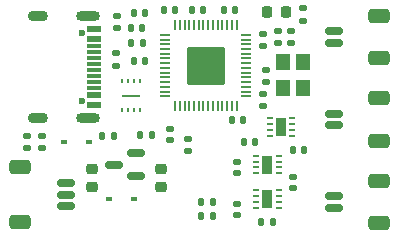
<source format=gbr>
%TF.GenerationSoftware,KiCad,Pcbnew,(6.0.5)*%
%TF.CreationDate,2022-10-09T22:16:16+01:00*%
%TF.ProjectId,PicoDrive,5069636f-4472-4697-9665-2e6b69636164,rev?*%
%TF.SameCoordinates,Original*%
%TF.FileFunction,Soldermask,Top*%
%TF.FilePolarity,Negative*%
%FSLAX46Y46*%
G04 Gerber Fmt 4.6, Leading zero omitted, Abs format (unit mm)*
G04 Created by KiCad (PCBNEW (6.0.5)) date 2022-10-09 22:16:16*
%MOMM*%
%LPD*%
G01*
G04 APERTURE LIST*
G04 Aperture macros list*
%AMRoundRect*
0 Rectangle with rounded corners*
0 $1 Rounding radius*
0 $2 $3 $4 $5 $6 $7 $8 $9 X,Y pos of 4 corners*
0 Add a 4 corners polygon primitive as box body*
4,1,4,$2,$3,$4,$5,$6,$7,$8,$9,$2,$3,0*
0 Add four circle primitives for the rounded corners*
1,1,$1+$1,$2,$3*
1,1,$1+$1,$4,$5*
1,1,$1+$1,$6,$7*
1,1,$1+$1,$8,$9*
0 Add four rect primitives between the rounded corners*
20,1,$1+$1,$2,$3,$4,$5,0*
20,1,$1+$1,$4,$5,$6,$7,0*
20,1,$1+$1,$6,$7,$8,$9,0*
20,1,$1+$1,$8,$9,$2,$3,0*%
G04 Aperture macros list end*
%ADD10RoundRect,0.150000X0.625000X-0.150000X0.625000X0.150000X-0.625000X0.150000X-0.625000X-0.150000X0*%
%ADD11RoundRect,0.250000X0.650000X-0.350000X0.650000X0.350000X-0.650000X0.350000X-0.650000X-0.350000X0*%
%ADD12RoundRect,0.250000X-0.650000X0.350000X-0.650000X-0.350000X0.650000X-0.350000X0.650000X0.350000X0*%
%ADD13RoundRect,0.150000X-0.625000X0.150000X-0.625000X-0.150000X0.625000X-0.150000X0.625000X0.150000X0*%
%ADD14R,0.600000X0.450000*%
%ADD15RoundRect,0.135000X-0.135000X-0.185000X0.135000X-0.185000X0.135000X0.185000X-0.135000X0.185000X0*%
%ADD16RoundRect,0.135000X0.135000X0.185000X-0.135000X0.185000X-0.135000X-0.185000X0.135000X-0.185000X0*%
%ADD17RoundRect,0.135000X-0.185000X0.135000X-0.185000X-0.135000X0.185000X-0.135000X0.185000X0.135000X0*%
%ADD18RoundRect,0.135000X0.185000X-0.135000X0.185000X0.135000X-0.185000X0.135000X-0.185000X-0.135000X0*%
%ADD19R,0.250000X0.300000*%
%ADD20R,1.600000X0.200000*%
%ADD21RoundRect,0.218750X0.218750X0.256250X-0.218750X0.256250X-0.218750X-0.256250X0.218750X-0.256250X0*%
%ADD22RoundRect,0.140000X0.140000X0.170000X-0.140000X0.170000X-0.140000X-0.170000X0.140000X-0.170000X0*%
%ADD23RoundRect,0.140000X-0.170000X0.140000X-0.170000X-0.140000X0.170000X-0.140000X0.170000X0.140000X0*%
%ADD24RoundRect,0.140000X0.170000X-0.140000X0.170000X0.140000X-0.170000X0.140000X-0.170000X-0.140000X0*%
%ADD25RoundRect,0.140000X-0.140000X-0.170000X0.140000X-0.170000X0.140000X0.170000X-0.140000X0.170000X0*%
%ADD26RoundRect,0.225000X-0.250000X0.225000X-0.250000X-0.225000X0.250000X-0.225000X0.250000X0.225000X0*%
%ADD27RoundRect,0.225000X0.250000X-0.225000X0.250000X0.225000X-0.250000X0.225000X-0.250000X-0.225000X0*%
%ADD28R,0.900000X1.600000*%
%ADD29R,0.500000X0.250000*%
%ADD30R,1.200000X1.400000*%
%ADD31C,0.600000*%
%ADD32R,1.160000X0.600000*%
%ADD33R,1.160000X0.300000*%
%ADD34O,2.000000X0.900000*%
%ADD35O,1.700000X0.900000*%
%ADD36RoundRect,0.050000X0.050000X-0.387500X0.050000X0.387500X-0.050000X0.387500X-0.050000X-0.387500X0*%
%ADD37RoundRect,0.050000X0.387500X-0.050000X0.387500X0.050000X-0.387500X0.050000X-0.387500X-0.050000X0*%
%ADD38RoundRect,0.144000X1.456000X-1.456000X1.456000X1.456000X-1.456000X1.456000X-1.456000X-1.456000X0*%
%ADD39RoundRect,0.150000X0.587500X0.150000X-0.587500X0.150000X-0.587500X-0.150000X0.587500X-0.150000X0*%
G04 APERTURE END LIST*
D10*
%TO.C,J1*%
X170085000Y-55110000D03*
X170085000Y-54110000D03*
D11*
X173960000Y-56410000D03*
X173960000Y-52810000D03*
%TD*%
D10*
%TO.C,J2*%
X170085000Y-62095000D03*
X170085000Y-61095000D03*
D11*
X173960000Y-63395000D03*
X173960000Y-59795000D03*
%TD*%
D10*
%TO.C,J3*%
X170085000Y-69080000D03*
X170085000Y-68080000D03*
D11*
X173960000Y-70380000D03*
X173960000Y-66780000D03*
%TD*%
D12*
%TO.C,J4*%
X143540000Y-65645000D03*
X143540000Y-70245000D03*
D13*
X147415000Y-68945000D03*
X147415000Y-67945000D03*
X147415000Y-66945000D03*
%TD*%
D14*
%TO.C,D1*%
X149386000Y-63500000D03*
X147286000Y-63500000D03*
%TD*%
D15*
%TO.C,R11*%
X159895000Y-68580000D03*
X158875000Y-68580000D03*
%TD*%
D16*
%TO.C,R10*%
X159895000Y-69723000D03*
X158875000Y-69723000D03*
%TD*%
D17*
%TO.C,R9*%
X144145000Y-64010000D03*
X144145000Y-62990000D03*
%TD*%
D18*
%TO.C,R8*%
X145415000Y-64010000D03*
X145415000Y-62990000D03*
%TD*%
D19*
%TO.C,U1*%
X152158000Y-60763000D03*
X152658000Y-60763000D03*
X153158000Y-60763000D03*
X153658000Y-60763000D03*
X153658000Y-58363000D03*
X153158000Y-58363000D03*
X152658000Y-58363000D03*
X152158000Y-58363000D03*
D20*
X152908000Y-59563000D03*
%TD*%
D17*
%TO.C,R12*%
X167513000Y-52195000D03*
X167513000Y-53215000D03*
%TD*%
D18*
%TO.C,R7*%
X157734000Y-64226500D03*
X157734000Y-63206500D03*
%TD*%
D15*
%TO.C,R6*%
X153926000Y-55118000D03*
X152906000Y-55118000D03*
%TD*%
D18*
%TO.C,R5*%
X151638000Y-56005000D03*
X151638000Y-57025000D03*
%TD*%
D17*
%TO.C,R4*%
X164338000Y-58422000D03*
X164338000Y-57402000D03*
%TD*%
D15*
%TO.C,R3*%
X153668000Y-62865000D03*
X154688000Y-62865000D03*
%TD*%
D16*
%TO.C,R2*%
X150493000Y-62992000D03*
X151513000Y-62992000D03*
%TD*%
D17*
%TO.C,R1*%
X151765000Y-53850000D03*
X151765000Y-52830000D03*
%TD*%
D21*
%TO.C,D3*%
X166014500Y-52451000D03*
X164439500Y-52451000D03*
%TD*%
D22*
%TO.C,C20*%
X164917000Y-70231000D03*
X163957000Y-70231000D03*
%TD*%
D23*
%TO.C,C19*%
X166624000Y-66449000D03*
X166624000Y-67409000D03*
%TD*%
D22*
%TO.C,C18*%
X167612000Y-64135000D03*
X166652000Y-64135000D03*
%TD*%
D23*
%TO.C,C17*%
X161925000Y-68735000D03*
X161925000Y-69695000D03*
%TD*%
D24*
%TO.C,C16*%
X161925000Y-66139000D03*
X161925000Y-65179000D03*
%TD*%
D22*
%TO.C,C15*%
X162461000Y-63500000D03*
X163421000Y-63500000D03*
%TD*%
%TO.C,C14*%
X153190000Y-52578000D03*
X154150000Y-52578000D03*
%TD*%
D25*
%TO.C,C13*%
X162405000Y-61671200D03*
X161445000Y-61671200D03*
%TD*%
%TO.C,C12*%
X161770000Y-52324000D03*
X160810000Y-52324000D03*
%TD*%
D22*
%TO.C,C11*%
X155730000Y-52324000D03*
X156690000Y-52324000D03*
%TD*%
D24*
%TO.C,C10*%
X165354000Y-54130000D03*
X165354000Y-55090000D03*
%TD*%
D23*
%TO.C,C9*%
X156210000Y-63345000D03*
X156210000Y-62385000D03*
%TD*%
D25*
%TO.C,C8*%
X159035500Y-52324000D03*
X158075500Y-52324000D03*
%TD*%
D22*
%TO.C,C7*%
X154150000Y-56642000D03*
X153190000Y-56642000D03*
%TD*%
D24*
%TO.C,C4*%
X164084000Y-54384000D03*
X164084000Y-55344000D03*
%TD*%
D22*
%TO.C,C2*%
X152936000Y-53848000D03*
X153896000Y-53848000D03*
%TD*%
D24*
%TO.C,C6*%
X166497000Y-54130000D03*
X166497000Y-55090000D03*
%TD*%
D23*
%TO.C,C5*%
X164084000Y-60424000D03*
X164084000Y-59464000D03*
%TD*%
D26*
%TO.C,C3*%
X155448000Y-65773000D03*
X155448000Y-67323000D03*
%TD*%
D27*
%TO.C,C1*%
X149606000Y-67323000D03*
X149606000Y-65773000D03*
%TD*%
D14*
%TO.C,D2*%
X151096000Y-68326000D03*
X153196000Y-68326000D03*
%TD*%
D28*
%TO.C,U6*%
X164465000Y-68345000D03*
D29*
X163515000Y-69095000D03*
X163515000Y-68595000D03*
X163515000Y-68095000D03*
X163515000Y-67595000D03*
X165415000Y-67595000D03*
X165415000Y-68095000D03*
X165415000Y-68595000D03*
X165415000Y-69095000D03*
%TD*%
%TO.C,U4*%
X166558000Y-62980000D03*
X166558000Y-62480000D03*
X166558000Y-61980000D03*
X166558000Y-61480000D03*
X164658000Y-61480000D03*
X164658000Y-61980000D03*
X164658000Y-62480000D03*
X164658000Y-62980000D03*
D28*
X165608000Y-62230000D03*
%TD*%
D30*
%TO.C,Y1*%
X165774000Y-58885000D03*
X165774000Y-56685000D03*
X167474000Y-56685000D03*
X167474000Y-58885000D03*
%TD*%
D28*
%TO.C,U5*%
X164465000Y-65405000D03*
D29*
X163515000Y-66155000D03*
X163515000Y-65655000D03*
X163515000Y-65155000D03*
X163515000Y-64655000D03*
X165415000Y-64655000D03*
X165415000Y-65155000D03*
X165415000Y-65655000D03*
X165415000Y-66155000D03*
%TD*%
D31*
%TO.C,P1*%
X148770000Y-54260000D03*
X148770000Y-60040000D03*
D32*
X149830000Y-53950000D03*
X149830000Y-54750000D03*
D33*
X149830000Y-55900000D03*
X149830000Y-56900000D03*
X149830000Y-57400000D03*
X149830000Y-58400000D03*
D32*
X149830000Y-59550000D03*
X149830000Y-60350000D03*
X149830000Y-60350000D03*
X149830000Y-59550000D03*
D33*
X149830000Y-58900000D03*
X149830000Y-57900000D03*
X149830000Y-56400000D03*
X149830000Y-55400000D03*
D32*
X149830000Y-54750000D03*
X149830000Y-53950000D03*
D34*
X149250000Y-52830000D03*
D35*
X145080000Y-52830000D03*
D34*
X149250000Y-61470000D03*
D35*
X145080000Y-61470000D03*
%TD*%
D36*
%TO.C,U3*%
X156658000Y-60460500D03*
X157058000Y-60460500D03*
X157458000Y-60460500D03*
X157858000Y-60460500D03*
X158258000Y-60460500D03*
X158658000Y-60460500D03*
X159058000Y-60460500D03*
X159458000Y-60460500D03*
X159858000Y-60460500D03*
X160258000Y-60460500D03*
X160658000Y-60460500D03*
X161058000Y-60460500D03*
X161458000Y-60460500D03*
X161858000Y-60460500D03*
D37*
X162695500Y-59623000D03*
X162695500Y-59223000D03*
X162695500Y-58823000D03*
X162695500Y-58423000D03*
X162695500Y-58023000D03*
X162695500Y-57623000D03*
X162695500Y-57223000D03*
X162695500Y-56823000D03*
X162695500Y-56423000D03*
X162695500Y-56023000D03*
X162695500Y-55623000D03*
X162695500Y-55223000D03*
X162695500Y-54823000D03*
X162695500Y-54423000D03*
D36*
X161858000Y-53585500D03*
X161458000Y-53585500D03*
X161058000Y-53585500D03*
X160658000Y-53585500D03*
X160258000Y-53585500D03*
X159858000Y-53585500D03*
X159458000Y-53585500D03*
X159058000Y-53585500D03*
X158658000Y-53585500D03*
X158258000Y-53585500D03*
X157858000Y-53585500D03*
X157458000Y-53585500D03*
X157058000Y-53585500D03*
X156658000Y-53585500D03*
D37*
X155820500Y-54423000D03*
X155820500Y-54823000D03*
X155820500Y-55223000D03*
X155820500Y-55623000D03*
X155820500Y-56023000D03*
X155820500Y-56423000D03*
X155820500Y-56823000D03*
X155820500Y-57223000D03*
X155820500Y-57623000D03*
X155820500Y-58023000D03*
X155820500Y-58423000D03*
X155820500Y-58823000D03*
X155820500Y-59223000D03*
X155820500Y-59623000D03*
D38*
X159258000Y-57023000D03*
%TD*%
D39*
%TO.C,U2*%
X151462500Y-65405000D03*
X153337500Y-64455000D03*
X153337500Y-66355000D03*
%TD*%
M02*

</source>
